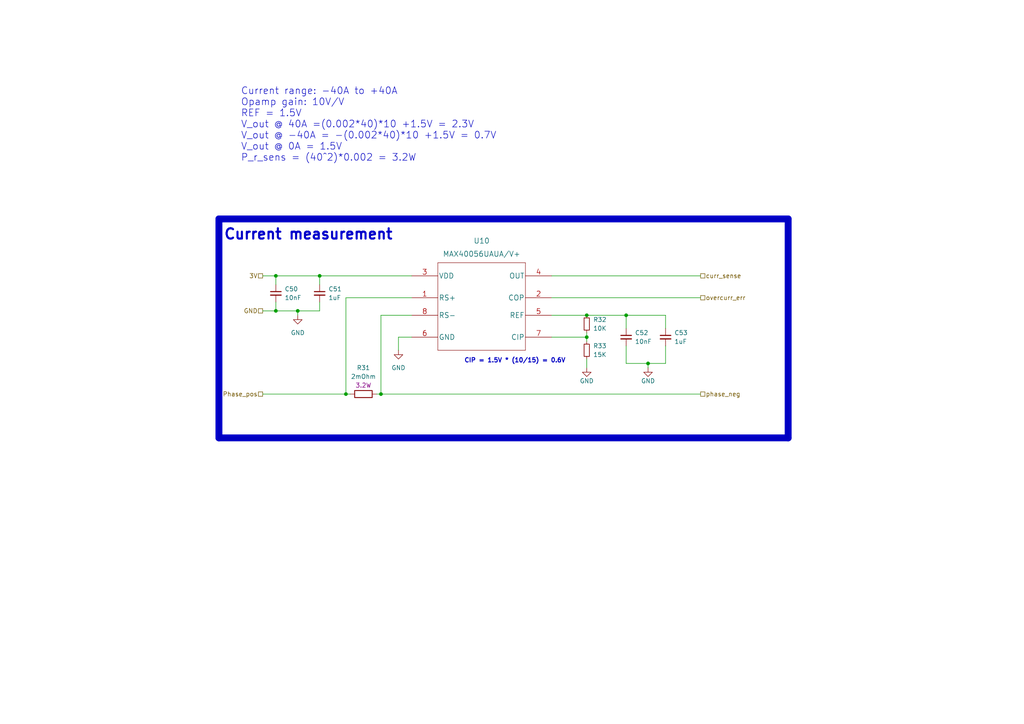
<source format=kicad_sch>
(kicad_sch (version 20211123) (generator eeschema)
  (paper "A4")
  (lib_symbols
    (symbol "Device:C_Small" (pin_numbers hide) (pin_names (offset 0.254) hide)
      (property "Reference" "C" (at 0.254 1.778 0))
      (property "Value" "C_Small" (at 0.254 -2.032 0))
      (symbol "C_Small_0_1"
        (polyline (pts (xy -1.524 -0.508) (xy 1.524 -0.508)) (stroke (width 0.3302)))
        (polyline (pts (xy -1.524 0.508) (xy 1.524 0.508)) (stroke (width 0.3048)))
      )
      (symbol "C_Small_1_1"
        (pin passive line (at 0 2.54 270) (length 2.032) (name "~") (number "1"))
        (pin passive line (at 0 -2.54 90) (length 2.032) (name "~") (number "2"))
      )
    )
    (symbol "Device:R" (pin_numbers hide) (pin_names (offset 0))
      (property "Reference" "R" (at 2.032 0 90))
      (property "Value" "R" (at 0 0 90))
      (symbol "R_0_1"
        (rectangle (start -1.016 -2.54) (end 1.016 2.54) (stroke (width 0.254)))
      )
      (symbol "R_1_1"
        (pin passive line (at 0 3.81 270) (length 1.27) (name "~") (number "1"))
        (pin passive line (at 0 -3.81 90) (length 1.27) (name "~") (number "2"))
      )
    )
    (symbol "Device:R_Small" (pin_numbers hide) (pin_names (offset 0.254) hide)
      (property "Reference" "R" (at 0.762 0.508 0))
      (property "Value" "R_Small" (at 0.762 -1.016 0))
      (symbol "R_Small_0_1"
        (rectangle (start -0.762 1.778) (end 0.762 -1.778) (stroke (width 0.2032)))
      )
      (symbol "R_Small_1_1"
        (pin passive line (at 0 2.54 270) (length 0.762) (name "~") (number "1"))
        (pin passive line (at 0 -2.54 90) (length 0.762) (name "~") (number "2"))
      )
    )
    (symbol "MAX40056UAUA:MAX40056UAUA{slash}V+" (pin_names (offset 0.254))
      (property "Reference" "U?" (at 20.32 11.43 0))
      (property "Value" "MAX40056UAUA/V+" (at 20.32 7.62 0))
      (symbol "MAX40056UAUA{slash}V+_1_1"
        (polyline (pts (xy 7.62 -20.32) (xy 33.02 -20.32)) (stroke (width 0.127)))
        (polyline (pts (xy 7.62 5.08) (xy 7.62 -20.32)) (stroke (width 0.127)))
        (polyline (pts (xy 33.02 -20.32) (xy 33.02 5.08)) (stroke (width 0.127)))
        (polyline (pts (xy 33.02 5.08) (xy 7.62 5.08)) (stroke (width 0.127)))
        (pin input line (at 0 -5.08 0) (length 7.62) (name "RS+") (number "1"))
        (pin output line (at 40.64 -5.08 180) (length 7.62) (name "COP") (number "2"))
        (pin power_in line (at 0 1.27 0) (length 7.62) (name "VDD") (number "3"))
        (pin output line (at 40.64 1.27 180) (length 7.62) (name "OUT") (number "4"))
        (pin output line (at 40.64 -10.16 180) (length 7.62) (name "REF") (number "5"))
        (pin power_in line (at 0 -16.51 0) (length 7.62) (name "GND") (number "6"))
        (pin input line (at 40.64 -16.51 180) (length 7.62) (name "CIP") (number "7"))
        (pin input line (at 0 -10.16 0) (length 7.62) (name "RS-") (number "8"))
      )
    )
    (symbol "power:GND" (power) (pin_names (offset 0))
      (property "Value" "GND" (at 0 -3.81 0))
      (symbol "GND_0_1"
        (polyline (pts (xy 0 0) (xy 0 -1.27) (xy 1.27 -1.27) (xy 0 -2.54) (xy -1.27 -1.27) (xy 0 -1.27)))
      )
      (symbol "GND_1_1"
        (pin power_in line (at 0 0 270) (length 0) hide (name "GND") (number "1"))
      )
    )
  )
  (junction (at 92.71 80.01))
  (junction (at 80.01 90.17))
  (junction (at 187.96 105.41))
  (junction (at 100.33 114.3))
  (junction (at 86.36 90.17))
  (junction (at 181.61 91.44))
  (junction (at 170.18 97.79))
  (junction (at 80.01 80.01))
  (junction (at 110.49 114.3))
  (junction (at 170.18 91.44))
  (wire (pts (xy 110.49 91.44) (xy 119.38 91.44)))
  (wire (pts (xy 109.22 114.3) (xy 110.49 114.3)))
  (wire (pts (xy 100.33 114.3) (xy 100.33 86.36)))
  (wire (pts (xy 76.2 90.17) (xy 80.01 90.17)))
  (wire (pts (xy 170.18 104.14) (xy 170.18 106.68)))
  (wire (pts (xy 170.18 97.79) (xy 170.18 99.06)))
  (wire (pts (xy 80.01 80.01) (xy 92.71 80.01)))
  (wire (pts (xy 92.71 80.01) (xy 119.38 80.01)))
  (polyline (pts (xy 63.5 127) (xy 228.6 127)) (stroke (width 2) (type solid)))
  (wire (pts (xy 181.61 105.41) (xy 187.96 105.41)))
  (wire (pts (xy 92.71 80.01) (xy 92.71 82.55)))
  (wire (pts (xy 110.49 114.3) (xy 203.2 114.3)))
  (wire (pts (xy 115.57 97.79) (xy 115.57 101.6)))
  (wire (pts (xy 193.04 100.33) (xy 193.04 105.41)))
  (wire (pts (xy 181.61 91.44) (xy 193.04 91.44)))
  (wire (pts (xy 92.71 87.63) (xy 92.71 90.17)))
  (wire (pts (xy 160.02 91.44) (xy 170.18 91.44)))
  (wire (pts (xy 86.36 90.17) (xy 86.36 91.44)))
  (wire (pts (xy 92.71 90.17) (xy 86.36 90.17)))
  (wire (pts (xy 110.49 114.3) (xy 110.49 91.44)))
  (wire (pts (xy 170.18 96.52) (xy 170.18 97.79)))
  (polyline (pts (xy 63.5 63.5) (xy 228.6 63.5)) (stroke (width 2) (type solid)))
  (wire (pts (xy 187.96 105.41) (xy 187.96 106.68)))
  (wire (pts (xy 193.04 105.41) (xy 187.96 105.41)))
  (wire (pts (xy 100.33 114.3) (xy 101.6 114.3)))
  (wire (pts (xy 181.61 91.44) (xy 181.61 95.25)))
  (wire (pts (xy 119.38 97.79) (xy 115.57 97.79)))
  (polyline (pts (xy 63.5 63.5) (xy 63.5 127)) (stroke (width 2) (type solid)))
  (wire (pts (xy 160.02 86.36) (xy 203.2 86.36)))
  (wire (pts (xy 76.2 80.01) (xy 80.01 80.01)))
  (wire (pts (xy 86.36 90.17) (xy 80.01 90.17)))
  (polyline (pts (xy 228.6 127) (xy 228.6 63.5)) (stroke (width 2) (type solid)))
  (wire (pts (xy 76.2 114.3) (xy 100.33 114.3)))
  (wire (pts (xy 170.18 91.44) (xy 181.61 91.44)))
  (wire (pts (xy 160.02 97.79) (xy 170.18 97.79)))
  (wire (pts (xy 181.61 100.33) (xy 181.61 105.41)))
  (wire (pts (xy 80.01 80.01) (xy 80.01 82.55)))
  (wire (pts (xy 193.04 91.44) (xy 193.04 95.25)))
  (wire (pts (xy 160.02 80.01) (xy 203.2 80.01)))
  (wire (pts (xy 100.33 86.36) (xy 119.38 86.36)))
  (wire (pts (xy 80.01 90.17) (xy 80.01 87.63)))
  (text "Current range: -40A to +40A\nOpamp gain: 10V/V\nREF = 1.5V\nV_out @ 40A =(0.002*40)*10 +1.5V = 2.3V\nV_out @ -40A = -(0.002*40)*10 +1.5V = 0.7V\nV_out @ 0A = 1.5V\nP_r_sens = (40^2)*0.002 = 3.2W" (at 69.85 46.99 0) (effects (font (size 2 2)) (justify left bottom)))
  (text "Current measurement" (at 64.77 69.85 0) (effects (font (size 3 3) bold) (justify left bottom)))
  (text "CIP = 1.5V * (10/15) = 0.6V" (at 134.62 105.41 0) (effects (font (size 1.27 1.27) bold) (justify left bottom)))
  (hierarchical_label "3V" (shape passive) (at 76.2 80.01 180))
  (hierarchical_label "phase_neg" (shape passive) (at 203.2 114.3 0))
  (hierarchical_label "Phase_pos" (shape passive) (at 76.2 114.3 180))
  (hierarchical_label "overcurr_err" (shape passive) (at 203.2 86.36 0))
  (hierarchical_label "curr_sense" (shape passive) (at 203.2 80.01 0))
  (hierarchical_label "GND" (shape passive) (at 76.2 90.17 180))
  (symbol (lib_id "power:GND") (at 187.96 106.68 0) (unit 1)
    (property "Reference" "#PWR096" (effects hide))
    (property "Value" "GND" (at 187.96 110.49 0))
  )
  (symbol (lib_id "Device:C_Small") (at 193.04 97.79 0) (unit 1)
    (property "Reference" "C53" (at 195.58 96.5262 0) (effects (justify left)))
    (property "Value" "1uF" (at 195.58 99.0662 0) (effects (justify left)))
    (property "Footprint" "Capacitor_SMD:C_0603_1608Metric" (effects hide))
  )
  (symbol (lib_id "Device:C_Small") (at 92.71 85.09 0) (unit 1)
    (property "Reference" "C51" (at 95.25 83.8262 0) (effects (justify left)))
    (property "Value" "1uF" (at 95.25 86.3662 0) (effects (justify left)))
    (property "Footprint" "Capacitor_SMD:C_0603_1608Metric" (effects hide))
  )
  (symbol (lib_id "power:GND") (at 86.36 91.44 0) (unit 1)
    (property "Reference" "#PWR093" (effects hide))
    (property "Value" "GND" (at 86.36 96.52 0))
  )
  (symbol (lib_id "Device:C_Small") (at 181.61 97.79 0) (unit 1)
    (property "Reference" "C52" (at 184.15 96.5262 0) (effects (justify left)))
    (property "Value" "10nF" (at 184.15 99.0662 0) (effects (justify left)))
    (property "Footprint" "Capacitor_SMD:C_0603_1608Metric" (effects hide))
  )
  (symbol (lib_id "power:GND") (at 170.18 106.68 0) (unit 1)
    (property "Reference" "#PWR095" (effects hide))
    (property "Value" "GND" (at 170.18 110.49 0))
  )
  (symbol (lib_id "Device:R_Small") (at 170.18 93.98 0) (unit 1)
    (property "Reference" "R32" (at 173.99 92.71 0))
    (property "Value" "10K" (at 173.99 95.25 0))
    (property "Footprint" "Resistor_SMD:R_0603_1608Metric" (effects hide))
  )
  (symbol (lib_id "MAX40056UAUA:MAX40056UAUA{slash}V+") (at 119.38 81.28 0) (unit 1)
    (property "Reference" "U10" (at 139.7 69.85 0) (effects (font (size 1.524 1.524))))
    (property "Value" "MAX40056UAUA/V+" (at 139.7 73.66 0) (effects (font (size 1.524 1.524))))
    (property "Footprint" "MAX40056UAUA:MAX40056UAUA&slash_V&plus_" (effects hide))
    (property "Datasheet" "https://datasheets.maximintegrated.com/en/ds/MAX40056F-MAX40056U.pdf" (effects hide))
  )
  (symbol (lib_id "Device:R_Small") (at 170.18 101.6 0) (unit 1)
    (property "Reference" "R33" (at 173.99 100.33 0))
    (property "Value" "15K" (at 173.99 102.87 0))
    (property "Footprint" "Resistor_SMD:R_0603_1608Metric" (effects hide))
  )
  (symbol (lib_id "power:GND") (at 115.57 101.6 0) (unit 1)
    (property "Reference" "#PWR094" (effects hide))
    (property "Value" "GND" (at 115.57 106.68 0))
  )
  (symbol (lib_id "Device:C_Small") (at 80.01 85.09 0) (unit 1)
    (property "Reference" "C50" (at 82.55 83.8262 0) (effects (justify left)))
    (property "Value" "10nF" (at 82.55 86.3662 0) (effects (justify left)))
    (property "Footprint" "Capacitor_SMD:C_0603_1608Metric" (effects hide))
  )
  (symbol (lib_id "Device:R") (at 105.41 114.3 90) (unit 1)
    (property "Reference" "R31" (at 105.41 106.68 90))
    (property "Value" "2mOhm" (at 105.41 109.22 90))
    (property "Footprint" "WSHP28182L000FEA:WSHM28185L000FEA" (effects hide))
    (property "Datasheet" "https://www.vishay.com/docs/30347/wshp2818.pdf" (effects hide))
    (property "P_rating" "3.2W" (at 105.41 111.76 90))
    (property "Part no" "WSHM28182L000FEA" (effects hide))
  )
)
</source>
